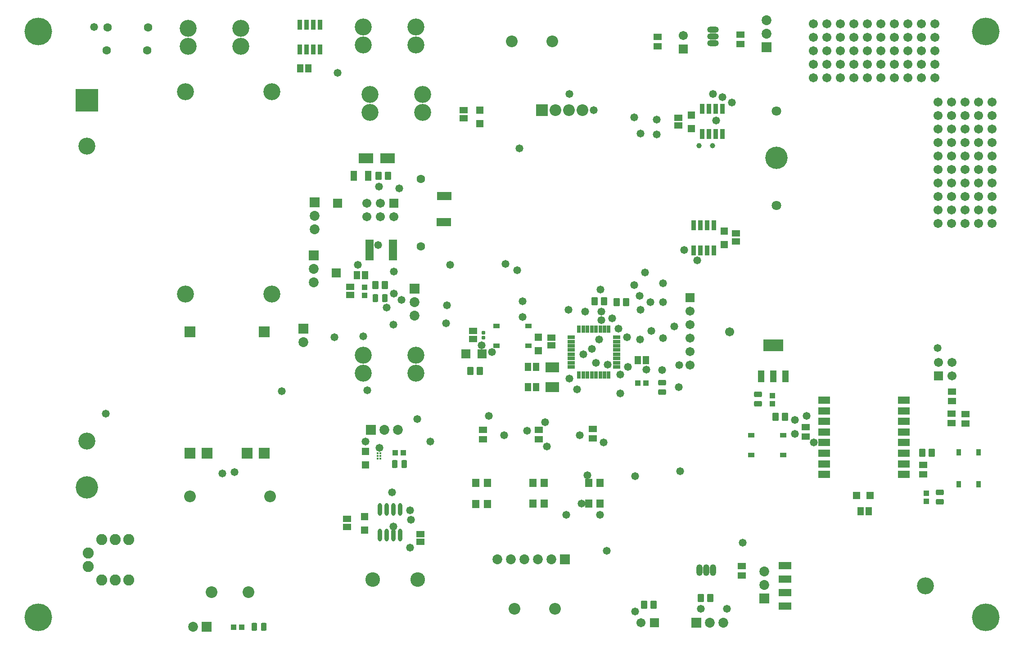
<source format=gts>
G04 Layer_Color=8388736*
%FSLAX44Y44*%
%MOMM*%
G71*
G01*
G75*
%ADD85R,2.2032X1.4031*%
%ADD86R,1.3032X1.9032*%
%ADD87R,2.6032X1.9032*%
%ADD88R,1.4732X0.7620*%
%ADD89R,0.7620X1.4732*%
%ADD90R,1.6002X0.6350*%
G04:AMPARAMS|DCode=91|XSize=0.7033mm|YSize=0.7033mm|CornerRadius=0.2266mm|HoleSize=0mm|Usage=FLASHONLY|Rotation=90.000|XOffset=0mm|YOffset=0mm|HoleType=Round|Shape=RoundedRectangle|*
%AMROUNDEDRECTD91*
21,1,0.7033,0.2501,0,0,90.0*
21,1,0.2501,0.7033,0,0,90.0*
1,1,0.4533,0.1250,0.1250*
1,1,0.4533,0.1250,-0.1250*
1,1,0.4533,-0.1250,-0.1250*
1,1,0.4533,-0.1250,0.1250*
%
%ADD91ROUNDEDRECTD91*%
G04:AMPARAMS|DCode=92|XSize=1.0922mm|YSize=1.0922mm|CornerRadius=0.2127mm|HoleSize=0mm|Usage=FLASHONLY|Rotation=270.000|XOffset=0mm|YOffset=0mm|HoleType=Round|Shape=RoundedRectangle|*
%AMROUNDEDRECTD92*
21,1,1.0922,0.6667,0,0,270.0*
21,1,0.6667,1.0922,0,0,270.0*
1,1,0.4254,-0.3334,-0.3334*
1,1,0.4254,-0.3334,0.3334*
1,1,0.4254,0.3334,0.3334*
1,1,0.4254,0.3334,-0.3334*
%
%ADD92ROUNDEDRECTD92*%
G04:AMPARAMS|DCode=93|XSize=1.2192mm|YSize=1.6002mm|CornerRadius=0.2286mm|HoleSize=0mm|Usage=FLASHONLY|Rotation=180.000|XOffset=0mm|YOffset=0mm|HoleType=Round|Shape=RoundedRectangle|*
%AMROUNDEDRECTD93*
21,1,1.2192,1.1430,0,0,180.0*
21,1,0.7620,1.6002,0,0,180.0*
1,1,0.4572,-0.3810,0.5715*
1,1,0.4572,0.3810,0.5715*
1,1,0.4572,0.3810,-0.5715*
1,1,0.4572,-0.3810,-0.5715*
%
%ADD93ROUNDEDRECTD93*%
%ADD94R,1.7032X1.8032*%
G04:AMPARAMS|DCode=95|XSize=1.0922mm|YSize=1.4732mm|CornerRadius=0.2127mm|HoleSize=0mm|Usage=FLASHONLY|Rotation=0.000|XOffset=0mm|YOffset=0mm|HoleType=Round|Shape=RoundedRectangle|*
%AMROUNDEDRECTD95*
21,1,1.0922,1.0477,0,0,0.0*
21,1,0.6667,1.4732,0,0,0.0*
1,1,0.4254,0.3334,-0.5239*
1,1,0.4254,-0.3334,-0.5239*
1,1,0.4254,-0.3334,0.5239*
1,1,0.4254,0.3334,0.5239*
%
%ADD95ROUNDEDRECTD95*%
%ADD96R,2.7032X1.9032*%
%ADD97O,0.8032X2.4032*%
%ADD98R,1.4732X1.4732*%
%ADD99R,1.6032X1.3032*%
%ADD100R,1.3533X1.5032*%
G04:AMPARAMS|DCode=101|XSize=1.2192mm|YSize=1.6002mm|CornerRadius=0.2286mm|HoleSize=0mm|Usage=FLASHONLY|Rotation=90.000|XOffset=0mm|YOffset=0mm|HoleType=Round|Shape=RoundedRectangle|*
%AMROUNDEDRECTD101*
21,1,1.2192,1.1430,0,0,90.0*
21,1,0.7620,1.6002,0,0,90.0*
1,1,0.4572,0.5715,0.3810*
1,1,0.4572,0.5715,-0.3810*
1,1,0.4572,-0.5715,-0.3810*
1,1,0.4572,-0.5715,0.3810*
%
%ADD101ROUNDEDRECTD101*%
%ADD102R,1.3032X1.6032*%
G04:AMPARAMS|DCode=103|XSize=1.0922mm|YSize=1.0922mm|CornerRadius=0.2127mm|HoleSize=0mm|Usage=FLASHONLY|Rotation=180.000|XOffset=0mm|YOffset=0mm|HoleType=Round|Shape=RoundedRectangle|*
%AMROUNDEDRECTD103*
21,1,1.0922,0.6667,0,0,180.0*
21,1,0.6667,1.0922,0,0,180.0*
1,1,0.4254,-0.3334,0.3334*
1,1,0.4254,0.3334,0.3334*
1,1,0.4254,0.3334,-0.3334*
1,1,0.4254,-0.3334,-0.3334*
%
%ADD103ROUNDEDRECTD103*%
G04:AMPARAMS|DCode=104|XSize=1.0922mm|YSize=1.4732mm|CornerRadius=0.2127mm|HoleSize=0mm|Usage=FLASHONLY|Rotation=90.000|XOffset=0mm|YOffset=0mm|HoleType=Round|Shape=RoundedRectangle|*
%AMROUNDEDRECTD104*
21,1,1.0922,1.0477,0,0,90.0*
21,1,0.6667,1.4732,0,0,90.0*
1,1,0.4254,0.5239,0.3334*
1,1,0.4254,0.5239,-0.3334*
1,1,0.4254,-0.5239,-0.3334*
1,1,0.4254,-0.5239,0.3334*
%
%ADD104ROUNDEDRECTD104*%
%ADD105R,1.4732X1.4732*%
%ADD106C,4.2032*%
%ADD107R,1.2032X2.2032*%
%ADD108R,3.7032X2.2032*%
%ADD109C,0.4532*%
%ADD110R,2.7032X1.6032*%
%ADD111R,0.9233X1.9832*%
%ADD112R,1.2032X0.9032*%
%ADD113R,0.9032X1.2032*%
%ADD114C,1.7032*%
%ADD115R,1.8542X1.8542*%
%ADD116C,1.8542*%
%ADD117R,1.7032X1.7032*%
%ADD118C,3.2032*%
%ADD119C,2.2032*%
%ADD120R,2.2032X2.2032*%
%ADD121O,2.2032X1.2032*%
%ADD122O,2.2032X1.2032*%
%ADD123C,2.0828*%
%ADD124R,4.2032X4.2032*%
%ADD125C,3.2032*%
%ADD126C,2.2032*%
%ADD127C,1.6032*%
%ADD128C,1.0032*%
%ADD129R,1.7032X1.7032*%
%ADD130C,2.7432*%
%ADD131R,2.0032X2.0032*%
%ADD132R,2.3622X1.4021*%
%ADD133R,1.8542X1.8542*%
%ADD134C,5.2032*%
%ADD135O,1.2032X2.2032*%
%ADD136O,1.2032X2.2032*%
%ADD137C,1.8032*%
%ADD138C,1.4732*%
D85*
X1528802Y459594D02*
D03*
Y439594D02*
D03*
Y419594D02*
D03*
Y399591D02*
D03*
Y379591D02*
D03*
Y359591D02*
D03*
Y339591D02*
D03*
Y319591D02*
D03*
X1678804D02*
D03*
Y339591D02*
D03*
Y359591D02*
D03*
Y379591D02*
D03*
Y399591D02*
D03*
Y419594D02*
D03*
Y439594D02*
D03*
Y459594D02*
D03*
D86*
X644360Y882142D02*
D03*
X671360D02*
D03*
D87*
X1017554Y484246D02*
D03*
Y521246D02*
D03*
D88*
X1053074Y578001D02*
D03*
Y570000D02*
D03*
Y561999D02*
D03*
Y554000D02*
D03*
Y545999D02*
D03*
Y538001D02*
D03*
Y530000D02*
D03*
Y521999D02*
D03*
X1138926D02*
D03*
Y530000D02*
D03*
Y538001D02*
D03*
Y545999D02*
D03*
Y554000D02*
D03*
Y561999D02*
D03*
Y570000D02*
D03*
Y578001D02*
D03*
D89*
X1067999Y507074D02*
D03*
X1076000D02*
D03*
X1084001D02*
D03*
X1092000D02*
D03*
X1100001D02*
D03*
X1107999D02*
D03*
X1116000D02*
D03*
X1124001D02*
D03*
Y592926D02*
D03*
X1116000D02*
D03*
X1107999D02*
D03*
X1100001D02*
D03*
X1092000D02*
D03*
X1084001D02*
D03*
X1076000D02*
D03*
X1067999D02*
D03*
D90*
X717814Y758576D02*
D03*
Y751972D02*
D03*
Y745622D02*
D03*
Y739018D02*
D03*
Y732668D02*
D03*
Y726064D02*
D03*
X674126D02*
D03*
Y732668D02*
D03*
Y739018D02*
D03*
Y745622D02*
D03*
Y751972D02*
D03*
Y758576D02*
D03*
D91*
X888014Y577411D02*
D03*
Y586661D02*
D03*
D92*
X664464Y657098D02*
D03*
Y672338D02*
D03*
X1721080Y284288D02*
D03*
Y269048D02*
D03*
X1431774Y467676D02*
D03*
Y452436D02*
D03*
D93*
X708914Y881888D02*
D03*
X691134D02*
D03*
X1097110Y646000D02*
D03*
X1114890D02*
D03*
X1156746Y644012D02*
D03*
X1138966D02*
D03*
X1190426Y74312D02*
D03*
X1208206D02*
D03*
X1297440Y87110D02*
D03*
X1315220D02*
D03*
X863884Y514726D02*
D03*
X881664D02*
D03*
X1713968Y360234D02*
D03*
X1731748D02*
D03*
X702564Y676148D02*
D03*
X684784D02*
D03*
X1455396Y428052D02*
D03*
X1437616D02*
D03*
D94*
X885474Y546476D02*
D03*
X855474D02*
D03*
D95*
X702564Y652018D02*
D03*
X684784D02*
D03*
X456962Y32734D02*
D03*
X474742D02*
D03*
X721140Y339146D02*
D03*
X738920D02*
D03*
D96*
X667644Y914908D02*
D03*
X707644D02*
D03*
D97*
X693798Y205544D02*
D03*
X706498D02*
D03*
X719198D02*
D03*
X731898D02*
D03*
X693798Y253544D02*
D03*
X706498D02*
D03*
X719198D02*
D03*
X731898D02*
D03*
D98*
X664588Y239958D02*
D03*
Y214558D02*
D03*
X881380Y980440D02*
D03*
Y1005840D02*
D03*
X991870Y552450D02*
D03*
Y577850D02*
D03*
X1279028Y996284D02*
D03*
Y970884D02*
D03*
X1340902Y752800D02*
D03*
Y778200D02*
D03*
X666530Y363276D02*
D03*
Y337876D02*
D03*
D99*
X631568Y221162D02*
D03*
Y236162D02*
D03*
X1016000Y577500D02*
D03*
Y562500D02*
D03*
X1254898Y976472D02*
D03*
Y991472D02*
D03*
X1363000Y773508D02*
D03*
Y758508D02*
D03*
X850900Y990720D02*
D03*
Y1005720D02*
D03*
X637540Y657980D02*
D03*
Y672980D02*
D03*
X770000Y192500D02*
D03*
Y207500D02*
D03*
X868964Y589536D02*
D03*
Y574536D02*
D03*
D100*
X874234Y303350D02*
D03*
X895732D02*
D03*
Y264350D02*
D03*
X874234D02*
D03*
X981251Y303500D02*
D03*
X1002749D02*
D03*
Y264500D02*
D03*
X981251D02*
D03*
X1086251Y303500D02*
D03*
X1107749D02*
D03*
Y264500D02*
D03*
X1086251D02*
D03*
D101*
X1094000Y387220D02*
D03*
Y405000D02*
D03*
X992000Y386000D02*
D03*
Y403780D02*
D03*
X887000Y386000D02*
D03*
Y403780D02*
D03*
X1215862Y1126194D02*
D03*
Y1143974D02*
D03*
X1371858Y1130156D02*
D03*
Y1147936D02*
D03*
X1374000Y146890D02*
D03*
Y129110D02*
D03*
X1795248Y433386D02*
D03*
Y415606D02*
D03*
X1768832Y416368D02*
D03*
Y434148D02*
D03*
X1769594Y457516D02*
D03*
Y475296D02*
D03*
X1715746Y320102D02*
D03*
Y337882D02*
D03*
X1494766Y390714D02*
D03*
Y408494D02*
D03*
D102*
X543500Y1084000D02*
D03*
X558500D02*
D03*
X665360Y695198D02*
D03*
X650360D02*
D03*
X1193680Y534670D02*
D03*
X1178680D02*
D03*
X971954Y522346D02*
D03*
X986954D02*
D03*
X971954Y484246D02*
D03*
X986954D02*
D03*
X1612756Y250506D02*
D03*
X1597756D02*
D03*
D103*
X418608Y32226D02*
D03*
X433848D02*
D03*
X1178844Y491866D02*
D03*
X1194084D02*
D03*
X737650Y360736D02*
D03*
X722410D02*
D03*
D104*
X1224000Y492890D02*
D03*
Y475110D02*
D03*
X1746480Y285558D02*
D03*
Y267778D02*
D03*
X1404850Y470724D02*
D03*
Y452944D02*
D03*
D105*
X1590524Y279716D02*
D03*
X1615924D02*
D03*
D106*
X1439810Y916020D02*
D03*
X142290Y295642D02*
D03*
D107*
X1410652Y504180D02*
D03*
X1433552D02*
D03*
X1456452D02*
D03*
D108*
X1433552Y563180D02*
D03*
D109*
X689390Y359386D02*
D03*
Y354386D02*
D03*
Y349386D02*
D03*
X694390Y359386D02*
D03*
Y354386D02*
D03*
Y349386D02*
D03*
D110*
X815000Y844000D02*
D03*
X814000Y795000D02*
D03*
D111*
X542950Y1119500D02*
D03*
X555650D02*
D03*
X581050D02*
D03*
X542950Y1166500D02*
D03*
X555650D02*
D03*
X581050D02*
D03*
X568350Y1119500D02*
D03*
Y1166500D02*
D03*
X1308898Y788492D02*
D03*
Y741492D02*
D03*
X1321598Y788492D02*
D03*
X1296198D02*
D03*
X1283498D02*
D03*
X1321598Y741492D02*
D03*
X1296198D02*
D03*
X1283498D02*
D03*
X1338210Y1008100D02*
D03*
X1325510D02*
D03*
X1300110D02*
D03*
X1338210Y961100D02*
D03*
X1325510D02*
D03*
X1300110D02*
D03*
X1312810Y1008100D02*
D03*
Y961100D02*
D03*
D112*
X1452400Y356151D02*
D03*
X1392400D02*
D03*
X1452400Y393149D02*
D03*
X1392400D02*
D03*
X912624Y599265D02*
D03*
X972624D02*
D03*
X912624Y562267D02*
D03*
X972624D02*
D03*
D113*
X1819359Y361470D02*
D03*
Y301470D02*
D03*
X1782361Y361470D02*
D03*
Y301470D02*
D03*
D114*
X1743710Y792480D02*
D03*
Y817880D02*
D03*
Y843280D02*
D03*
Y868680D02*
D03*
Y894080D02*
D03*
Y919480D02*
D03*
Y944880D02*
D03*
Y970280D02*
D03*
Y995680D02*
D03*
Y1021080D02*
D03*
X1769110D02*
D03*
Y995680D02*
D03*
Y970280D02*
D03*
Y944880D02*
D03*
Y919480D02*
D03*
Y894080D02*
D03*
Y868680D02*
D03*
Y843280D02*
D03*
Y817880D02*
D03*
Y792480D02*
D03*
X1794510D02*
D03*
Y817880D02*
D03*
Y843280D02*
D03*
Y868680D02*
D03*
Y894080D02*
D03*
Y919480D02*
D03*
Y944880D02*
D03*
Y970280D02*
D03*
Y995680D02*
D03*
Y1021080D02*
D03*
X1819910D02*
D03*
Y995680D02*
D03*
Y970280D02*
D03*
Y944880D02*
D03*
Y919480D02*
D03*
Y894080D02*
D03*
Y868680D02*
D03*
Y843280D02*
D03*
Y817880D02*
D03*
Y792480D02*
D03*
X1845310D02*
D03*
Y817880D02*
D03*
Y843280D02*
D03*
Y868680D02*
D03*
Y894080D02*
D03*
Y919480D02*
D03*
Y944880D02*
D03*
Y970280D02*
D03*
Y995680D02*
D03*
Y1021080D02*
D03*
X1277000Y525800D02*
D03*
Y551200D02*
D03*
Y576600D02*
D03*
Y602000D02*
D03*
Y627400D02*
D03*
X1264122Y1146260D02*
D03*
X1743940Y530922D02*
D03*
X1769340Y505522D02*
D03*
Y530922D02*
D03*
X669036Y804672D02*
D03*
Y830072D02*
D03*
X694436Y804672D02*
D03*
Y830072D02*
D03*
X719836Y804672D02*
D03*
X1351280Y588010D02*
D03*
X1737360Y1066800D02*
D03*
X1711960D02*
D03*
X1686560D02*
D03*
X1661160D02*
D03*
X1635760D02*
D03*
X1610360D02*
D03*
X1584960D02*
D03*
X1559560D02*
D03*
X1534160D02*
D03*
X1508760D02*
D03*
Y1092200D02*
D03*
X1534160D02*
D03*
X1559560D02*
D03*
X1584960D02*
D03*
X1610360D02*
D03*
X1635760D02*
D03*
X1661160D02*
D03*
X1686560D02*
D03*
X1711960D02*
D03*
X1737360D02*
D03*
Y1117600D02*
D03*
X1711960D02*
D03*
X1686560D02*
D03*
X1661160D02*
D03*
X1635760D02*
D03*
X1610360D02*
D03*
X1584960D02*
D03*
X1559560D02*
D03*
X1534160D02*
D03*
X1508760D02*
D03*
Y1143000D02*
D03*
X1534160D02*
D03*
X1559560D02*
D03*
X1584960D02*
D03*
X1610360D02*
D03*
X1635760D02*
D03*
X1661160D02*
D03*
X1686560D02*
D03*
X1711960D02*
D03*
X1737360D02*
D03*
Y1168400D02*
D03*
X1711960D02*
D03*
X1686560D02*
D03*
X1661160D02*
D03*
X1635760D02*
D03*
X1610360D02*
D03*
X1584960D02*
D03*
X1559560D02*
D03*
X1534160D02*
D03*
X1508760D02*
D03*
X1184600Y40000D02*
D03*
D115*
X1041200Y160000D02*
D03*
X367554Y32988D02*
D03*
X1288296Y40628D02*
D03*
X676690Y403916D02*
D03*
D116*
X1015800Y160000D02*
D03*
X990400D02*
D03*
X965000D02*
D03*
X939600D02*
D03*
X914200D02*
D03*
X342154Y32988D02*
D03*
X1416504Y137064D02*
D03*
Y111664D02*
D03*
X1339096Y40628D02*
D03*
X1313696D02*
D03*
X1420372Y1175114D02*
D03*
Y1149714D02*
D03*
X569214Y706628D02*
D03*
Y681228D02*
D03*
X570484Y806958D02*
D03*
Y781558D02*
D03*
X758444Y644398D02*
D03*
Y618998D02*
D03*
X702090Y403916D02*
D03*
X727490D02*
D03*
X549910Y568960D02*
D03*
D117*
X1277000Y652800D02*
D03*
X1264122Y1120860D02*
D03*
X611124Y699008D02*
D03*
D118*
X327710Y658972D02*
D03*
Y1039972D02*
D03*
X490270Y658972D02*
D03*
Y1039972D02*
D03*
X1719526Y109632D02*
D03*
D119*
X1074260Y1005850D02*
D03*
X1048860D02*
D03*
X1023460D02*
D03*
D120*
X998060D02*
D03*
D121*
X1319788Y1156826D02*
D03*
D122*
Y1144126D02*
D03*
Y1131426D02*
D03*
D123*
X144830Y171292D02*
D03*
Y145892D02*
D03*
X170230Y120492D02*
D03*
X195630D02*
D03*
X221030D02*
D03*
X195630Y196692D02*
D03*
X221030D02*
D03*
X170230D02*
D03*
D124*
X142290Y1024642D02*
D03*
D125*
Y938192D02*
D03*
Y382092D02*
D03*
X675000Y1001000D02*
D03*
X774000D02*
D03*
X674800Y1035000D02*
D03*
X774000D02*
D03*
X662000Y510000D02*
D03*
X761000D02*
D03*
X661800Y544000D02*
D03*
X761000D02*
D03*
Y1162000D02*
D03*
X661800D02*
D03*
X761000Y1128000D02*
D03*
X662000D02*
D03*
X432000Y1160000D02*
D03*
X332800D02*
D03*
X432000Y1126000D02*
D03*
X333000D02*
D03*
D126*
X446600Y97972D02*
D03*
X376600D02*
D03*
X486600Y277972D02*
D03*
X336600D02*
D03*
X946800Y67000D02*
D03*
X1023000D02*
D03*
X941800Y1135000D02*
D03*
X1018000D02*
D03*
D127*
X180900Y1161000D02*
D03*
X257100D02*
D03*
X770814Y875738D02*
D03*
Y748738D02*
D03*
X256100Y1118000D02*
D03*
X179900D02*
D03*
D128*
X1319160Y938880D02*
D03*
X1293760D02*
D03*
D129*
X1743940Y505522D02*
D03*
X719836Y830072D02*
D03*
X614172Y830580D02*
D03*
X1210000Y40000D02*
D03*
D130*
X680000Y122000D02*
D03*
X765000D02*
D03*
D131*
X368757Y359969D02*
D03*
X443738D02*
D03*
X336245D02*
D03*
X476250D02*
D03*
X336245Y588010D02*
D03*
X476250D02*
D03*
D132*
X1455366Y147732D02*
D03*
Y122332D02*
D03*
Y96932D02*
D03*
Y71532D02*
D03*
D133*
X1416504Y86264D02*
D03*
X1420372Y1124314D02*
D03*
X569214Y732028D02*
D03*
X570484Y832358D02*
D03*
X758444Y669798D02*
D03*
X549910Y594360D02*
D03*
D134*
X1833118Y50800D02*
D03*
Y1153668D02*
D03*
X50800D02*
D03*
Y50800D02*
D03*
D135*
X1319792Y139434D02*
D03*
D136*
X1307092D02*
D03*
X1294392D02*
D03*
D137*
X1439810Y1003820D02*
D03*
Y826020D02*
D03*
D138*
X1195070Y516890D02*
D03*
X1224000Y516000D02*
D03*
X509270Y476250D02*
D03*
X397510Y321310D02*
D03*
X1050290Y1036320D02*
D03*
X716280Y285750D02*
D03*
X927100Y393700D02*
D03*
X970000Y402000D02*
D03*
X1157999Y578001D02*
D03*
X719999Y701999D02*
D03*
X826000Y714000D02*
D03*
X930000Y716000D02*
D03*
X1320000Y1036000D02*
D03*
X1326000Y986000D02*
D03*
X820000Y638000D02*
D03*
X818000Y604000D02*
D03*
X952000Y704000D02*
D03*
X1080000Y626000D02*
D03*
X1181998Y655999D02*
D03*
X1226000Y680000D02*
D03*
X730000Y858000D02*
D03*
X692000Y862000D02*
D03*
X956000Y934000D02*
D03*
X1192000Y700000D02*
D03*
X1297440Y66560D02*
D03*
X1346560D02*
D03*
X1474000Y422000D02*
D03*
Y396000D02*
D03*
X1510000Y380000D02*
D03*
X1095850Y1005850D02*
D03*
X719198Y221198D02*
D03*
X750000Y182000D02*
D03*
X1083998Y317999D02*
D03*
X1072500Y264500D02*
D03*
X1069239Y393239D02*
D03*
X1004000Y418000D02*
D03*
X898000Y430000D02*
D03*
X1214000Y960000D02*
D03*
Y988000D02*
D03*
X689999Y751999D02*
D03*
X1256200Y525800D02*
D03*
X1008000Y372000D02*
D03*
X750000Y252000D02*
D03*
X1376000Y191068D02*
D03*
X706000Y634000D02*
D03*
X614000Y1076000D02*
D03*
X1173307Y62000D02*
D03*
Y316693D02*
D03*
X1146000Y472000D02*
D03*
X734000Y648000D02*
D03*
X788000Y382000D02*
D03*
X670000Y478000D02*
D03*
X1184000Y962000D02*
D03*
X1172000Y992000D02*
D03*
X1048000Y630000D02*
D03*
X962000Y646000D02*
D03*
Y616000D02*
D03*
X1129998Y613999D02*
D03*
X1109998Y609999D02*
D03*
X764000Y424000D02*
D03*
X1256000Y484000D02*
D03*
X1258000Y326000D02*
D03*
X1120000Y176000D02*
D03*
X1225997Y643999D02*
D03*
X1202000Y644000D02*
D03*
X1110000Y626000D02*
D03*
X608000Y578000D02*
D03*
X719192Y602000D02*
D03*
X1172000Y676000D02*
D03*
X1184000Y630000D02*
D03*
X156000Y1162000D02*
D03*
X1107749Y243749D02*
D03*
X1044000Y244000D02*
D03*
X904202Y550477D02*
D03*
X752000Y234000D02*
D03*
X1160000Y522000D02*
D03*
X1204000Y590000D02*
D03*
X1182932Y573478D02*
D03*
X1225997Y575999D02*
D03*
X692732Y369800D02*
D03*
X666000Y382000D02*
D03*
X1122000Y526000D02*
D03*
X1050000Y500000D02*
D03*
X1064000Y480000D02*
D03*
X1146000Y508000D02*
D03*
X1142000Y594000D02*
D03*
X1108000Y668000D02*
D03*
X1266000Y742000D02*
D03*
X720000Y660000D02*
D03*
X652000Y714000D02*
D03*
X1356000Y1020000D02*
D03*
X1338210Y1030210D02*
D03*
X1114000Y380000D02*
D03*
X1496000Y430000D02*
D03*
X1100000Y530000D02*
D03*
X1076000Y546000D02*
D03*
X1092000Y556000D02*
D03*
X1105998Y573999D02*
D03*
X1742440Y557530D02*
D03*
X420370Y323850D02*
D03*
X662000Y580000D02*
D03*
X885190Y562610D02*
D03*
X1247140Y598424D02*
D03*
X1290066Y722630D02*
D03*
X177800Y434340D02*
D03*
M02*

</source>
